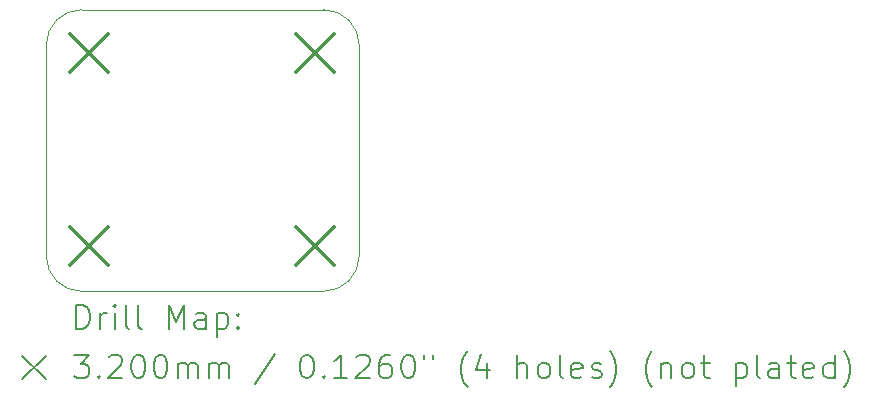
<source format=gbr>
%TF.GenerationSoftware,KiCad,Pcbnew,7.0.6*%
%TF.CreationDate,2024-03-10T14:23:29-07:00*%
%TF.ProjectId,IMU_Breakout,494d555f-4272-4656-916b-6f75742e6b69,rev?*%
%TF.SameCoordinates,Original*%
%TF.FileFunction,Drillmap*%
%TF.FilePolarity,Positive*%
%FSLAX45Y45*%
G04 Gerber Fmt 4.5, Leading zero omitted, Abs format (unit mm)*
G04 Created by KiCad (PCBNEW 7.0.6) date 2024-03-10 14:23:29*
%MOMM*%
%LPD*%
G01*
G04 APERTURE LIST*
%ADD10C,0.100000*%
%ADD11C,0.200000*%
%ADD12C,0.320000*%
G04 APERTURE END LIST*
D10*
X22012500Y-11245000D02*
X24062500Y-11245000D01*
X24062500Y-13630000D02*
G75*
G03*
X24362500Y-13330000I0J300000D01*
G01*
X21712500Y-13330000D02*
G75*
G03*
X22012500Y-13630000I300000J0D01*
G01*
X24362500Y-11545000D02*
X24362500Y-13330000D01*
X22012500Y-11245000D02*
G75*
G03*
X21712500Y-11545000I0J-300000D01*
G01*
X24062500Y-13630000D02*
X22012500Y-13630000D01*
X21712500Y-13330000D02*
X21712500Y-11545000D01*
X24362500Y-11545000D02*
G75*
G03*
X24062500Y-11245000I-300000J0D01*
G01*
D11*
D12*
X21917500Y-11455000D02*
X22237500Y-11775000D01*
X22237500Y-11455000D02*
X21917500Y-11775000D01*
X21917500Y-13087500D02*
X22237500Y-13407500D01*
X22237500Y-13087500D02*
X21917500Y-13407500D01*
X23827500Y-11455000D02*
X24147500Y-11775000D01*
X24147500Y-11455000D02*
X23827500Y-11775000D01*
X23827500Y-13087500D02*
X24147500Y-13407500D01*
X24147500Y-13087500D02*
X23827500Y-13407500D01*
D11*
X21968277Y-13946484D02*
X21968277Y-13746484D01*
X21968277Y-13746484D02*
X22015896Y-13746484D01*
X22015896Y-13746484D02*
X22044467Y-13756008D01*
X22044467Y-13756008D02*
X22063515Y-13775055D01*
X22063515Y-13775055D02*
X22073039Y-13794103D01*
X22073039Y-13794103D02*
X22082563Y-13832198D01*
X22082563Y-13832198D02*
X22082563Y-13860769D01*
X22082563Y-13860769D02*
X22073039Y-13898865D01*
X22073039Y-13898865D02*
X22063515Y-13917912D01*
X22063515Y-13917912D02*
X22044467Y-13936960D01*
X22044467Y-13936960D02*
X22015896Y-13946484D01*
X22015896Y-13946484D02*
X21968277Y-13946484D01*
X22168277Y-13946484D02*
X22168277Y-13813150D01*
X22168277Y-13851246D02*
X22177801Y-13832198D01*
X22177801Y-13832198D02*
X22187324Y-13822674D01*
X22187324Y-13822674D02*
X22206372Y-13813150D01*
X22206372Y-13813150D02*
X22225420Y-13813150D01*
X22292086Y-13946484D02*
X22292086Y-13813150D01*
X22292086Y-13746484D02*
X22282563Y-13756008D01*
X22282563Y-13756008D02*
X22292086Y-13765531D01*
X22292086Y-13765531D02*
X22301610Y-13756008D01*
X22301610Y-13756008D02*
X22292086Y-13746484D01*
X22292086Y-13746484D02*
X22292086Y-13765531D01*
X22415896Y-13946484D02*
X22396848Y-13936960D01*
X22396848Y-13936960D02*
X22387324Y-13917912D01*
X22387324Y-13917912D02*
X22387324Y-13746484D01*
X22520658Y-13946484D02*
X22501610Y-13936960D01*
X22501610Y-13936960D02*
X22492086Y-13917912D01*
X22492086Y-13917912D02*
X22492086Y-13746484D01*
X22749229Y-13946484D02*
X22749229Y-13746484D01*
X22749229Y-13746484D02*
X22815896Y-13889341D01*
X22815896Y-13889341D02*
X22882562Y-13746484D01*
X22882562Y-13746484D02*
X22882562Y-13946484D01*
X23063515Y-13946484D02*
X23063515Y-13841722D01*
X23063515Y-13841722D02*
X23053991Y-13822674D01*
X23053991Y-13822674D02*
X23034943Y-13813150D01*
X23034943Y-13813150D02*
X22996848Y-13813150D01*
X22996848Y-13813150D02*
X22977801Y-13822674D01*
X23063515Y-13936960D02*
X23044467Y-13946484D01*
X23044467Y-13946484D02*
X22996848Y-13946484D01*
X22996848Y-13946484D02*
X22977801Y-13936960D01*
X22977801Y-13936960D02*
X22968277Y-13917912D01*
X22968277Y-13917912D02*
X22968277Y-13898865D01*
X22968277Y-13898865D02*
X22977801Y-13879817D01*
X22977801Y-13879817D02*
X22996848Y-13870293D01*
X22996848Y-13870293D02*
X23044467Y-13870293D01*
X23044467Y-13870293D02*
X23063515Y-13860769D01*
X23158753Y-13813150D02*
X23158753Y-14013150D01*
X23158753Y-13822674D02*
X23177801Y-13813150D01*
X23177801Y-13813150D02*
X23215896Y-13813150D01*
X23215896Y-13813150D02*
X23234943Y-13822674D01*
X23234943Y-13822674D02*
X23244467Y-13832198D01*
X23244467Y-13832198D02*
X23253991Y-13851246D01*
X23253991Y-13851246D02*
X23253991Y-13908388D01*
X23253991Y-13908388D02*
X23244467Y-13927436D01*
X23244467Y-13927436D02*
X23234943Y-13936960D01*
X23234943Y-13936960D02*
X23215896Y-13946484D01*
X23215896Y-13946484D02*
X23177801Y-13946484D01*
X23177801Y-13946484D02*
X23158753Y-13936960D01*
X23339705Y-13927436D02*
X23349229Y-13936960D01*
X23349229Y-13936960D02*
X23339705Y-13946484D01*
X23339705Y-13946484D02*
X23330182Y-13936960D01*
X23330182Y-13936960D02*
X23339705Y-13927436D01*
X23339705Y-13927436D02*
X23339705Y-13946484D01*
X23339705Y-13822674D02*
X23349229Y-13832198D01*
X23349229Y-13832198D02*
X23339705Y-13841722D01*
X23339705Y-13841722D02*
X23330182Y-13832198D01*
X23330182Y-13832198D02*
X23339705Y-13822674D01*
X23339705Y-13822674D02*
X23339705Y-13841722D01*
X21507500Y-14175000D02*
X21707500Y-14375000D01*
X21707500Y-14175000D02*
X21507500Y-14375000D01*
X21949229Y-14166484D02*
X22073039Y-14166484D01*
X22073039Y-14166484D02*
X22006372Y-14242674D01*
X22006372Y-14242674D02*
X22034944Y-14242674D01*
X22034944Y-14242674D02*
X22053991Y-14252198D01*
X22053991Y-14252198D02*
X22063515Y-14261722D01*
X22063515Y-14261722D02*
X22073039Y-14280769D01*
X22073039Y-14280769D02*
X22073039Y-14328388D01*
X22073039Y-14328388D02*
X22063515Y-14347436D01*
X22063515Y-14347436D02*
X22053991Y-14356960D01*
X22053991Y-14356960D02*
X22034944Y-14366484D01*
X22034944Y-14366484D02*
X21977801Y-14366484D01*
X21977801Y-14366484D02*
X21958753Y-14356960D01*
X21958753Y-14356960D02*
X21949229Y-14347436D01*
X22158753Y-14347436D02*
X22168277Y-14356960D01*
X22168277Y-14356960D02*
X22158753Y-14366484D01*
X22158753Y-14366484D02*
X22149229Y-14356960D01*
X22149229Y-14356960D02*
X22158753Y-14347436D01*
X22158753Y-14347436D02*
X22158753Y-14366484D01*
X22244467Y-14185531D02*
X22253991Y-14176008D01*
X22253991Y-14176008D02*
X22273039Y-14166484D01*
X22273039Y-14166484D02*
X22320658Y-14166484D01*
X22320658Y-14166484D02*
X22339705Y-14176008D01*
X22339705Y-14176008D02*
X22349229Y-14185531D01*
X22349229Y-14185531D02*
X22358753Y-14204579D01*
X22358753Y-14204579D02*
X22358753Y-14223627D01*
X22358753Y-14223627D02*
X22349229Y-14252198D01*
X22349229Y-14252198D02*
X22234944Y-14366484D01*
X22234944Y-14366484D02*
X22358753Y-14366484D01*
X22482562Y-14166484D02*
X22501610Y-14166484D01*
X22501610Y-14166484D02*
X22520658Y-14176008D01*
X22520658Y-14176008D02*
X22530182Y-14185531D01*
X22530182Y-14185531D02*
X22539705Y-14204579D01*
X22539705Y-14204579D02*
X22549229Y-14242674D01*
X22549229Y-14242674D02*
X22549229Y-14290293D01*
X22549229Y-14290293D02*
X22539705Y-14328388D01*
X22539705Y-14328388D02*
X22530182Y-14347436D01*
X22530182Y-14347436D02*
X22520658Y-14356960D01*
X22520658Y-14356960D02*
X22501610Y-14366484D01*
X22501610Y-14366484D02*
X22482562Y-14366484D01*
X22482562Y-14366484D02*
X22463515Y-14356960D01*
X22463515Y-14356960D02*
X22453991Y-14347436D01*
X22453991Y-14347436D02*
X22444467Y-14328388D01*
X22444467Y-14328388D02*
X22434943Y-14290293D01*
X22434943Y-14290293D02*
X22434943Y-14242674D01*
X22434943Y-14242674D02*
X22444467Y-14204579D01*
X22444467Y-14204579D02*
X22453991Y-14185531D01*
X22453991Y-14185531D02*
X22463515Y-14176008D01*
X22463515Y-14176008D02*
X22482562Y-14166484D01*
X22673039Y-14166484D02*
X22692086Y-14166484D01*
X22692086Y-14166484D02*
X22711134Y-14176008D01*
X22711134Y-14176008D02*
X22720658Y-14185531D01*
X22720658Y-14185531D02*
X22730182Y-14204579D01*
X22730182Y-14204579D02*
X22739705Y-14242674D01*
X22739705Y-14242674D02*
X22739705Y-14290293D01*
X22739705Y-14290293D02*
X22730182Y-14328388D01*
X22730182Y-14328388D02*
X22720658Y-14347436D01*
X22720658Y-14347436D02*
X22711134Y-14356960D01*
X22711134Y-14356960D02*
X22692086Y-14366484D01*
X22692086Y-14366484D02*
X22673039Y-14366484D01*
X22673039Y-14366484D02*
X22653991Y-14356960D01*
X22653991Y-14356960D02*
X22644467Y-14347436D01*
X22644467Y-14347436D02*
X22634943Y-14328388D01*
X22634943Y-14328388D02*
X22625420Y-14290293D01*
X22625420Y-14290293D02*
X22625420Y-14242674D01*
X22625420Y-14242674D02*
X22634943Y-14204579D01*
X22634943Y-14204579D02*
X22644467Y-14185531D01*
X22644467Y-14185531D02*
X22653991Y-14176008D01*
X22653991Y-14176008D02*
X22673039Y-14166484D01*
X22825420Y-14366484D02*
X22825420Y-14233150D01*
X22825420Y-14252198D02*
X22834943Y-14242674D01*
X22834943Y-14242674D02*
X22853991Y-14233150D01*
X22853991Y-14233150D02*
X22882563Y-14233150D01*
X22882563Y-14233150D02*
X22901610Y-14242674D01*
X22901610Y-14242674D02*
X22911134Y-14261722D01*
X22911134Y-14261722D02*
X22911134Y-14366484D01*
X22911134Y-14261722D02*
X22920658Y-14242674D01*
X22920658Y-14242674D02*
X22939705Y-14233150D01*
X22939705Y-14233150D02*
X22968277Y-14233150D01*
X22968277Y-14233150D02*
X22987324Y-14242674D01*
X22987324Y-14242674D02*
X22996848Y-14261722D01*
X22996848Y-14261722D02*
X22996848Y-14366484D01*
X23092086Y-14366484D02*
X23092086Y-14233150D01*
X23092086Y-14252198D02*
X23101610Y-14242674D01*
X23101610Y-14242674D02*
X23120658Y-14233150D01*
X23120658Y-14233150D02*
X23149229Y-14233150D01*
X23149229Y-14233150D02*
X23168277Y-14242674D01*
X23168277Y-14242674D02*
X23177801Y-14261722D01*
X23177801Y-14261722D02*
X23177801Y-14366484D01*
X23177801Y-14261722D02*
X23187324Y-14242674D01*
X23187324Y-14242674D02*
X23206372Y-14233150D01*
X23206372Y-14233150D02*
X23234943Y-14233150D01*
X23234943Y-14233150D02*
X23253991Y-14242674D01*
X23253991Y-14242674D02*
X23263515Y-14261722D01*
X23263515Y-14261722D02*
X23263515Y-14366484D01*
X23653991Y-14156960D02*
X23482563Y-14414103D01*
X23911134Y-14166484D02*
X23930182Y-14166484D01*
X23930182Y-14166484D02*
X23949229Y-14176008D01*
X23949229Y-14176008D02*
X23958753Y-14185531D01*
X23958753Y-14185531D02*
X23968277Y-14204579D01*
X23968277Y-14204579D02*
X23977801Y-14242674D01*
X23977801Y-14242674D02*
X23977801Y-14290293D01*
X23977801Y-14290293D02*
X23968277Y-14328388D01*
X23968277Y-14328388D02*
X23958753Y-14347436D01*
X23958753Y-14347436D02*
X23949229Y-14356960D01*
X23949229Y-14356960D02*
X23930182Y-14366484D01*
X23930182Y-14366484D02*
X23911134Y-14366484D01*
X23911134Y-14366484D02*
X23892086Y-14356960D01*
X23892086Y-14356960D02*
X23882563Y-14347436D01*
X23882563Y-14347436D02*
X23873039Y-14328388D01*
X23873039Y-14328388D02*
X23863515Y-14290293D01*
X23863515Y-14290293D02*
X23863515Y-14242674D01*
X23863515Y-14242674D02*
X23873039Y-14204579D01*
X23873039Y-14204579D02*
X23882563Y-14185531D01*
X23882563Y-14185531D02*
X23892086Y-14176008D01*
X23892086Y-14176008D02*
X23911134Y-14166484D01*
X24063515Y-14347436D02*
X24073039Y-14356960D01*
X24073039Y-14356960D02*
X24063515Y-14366484D01*
X24063515Y-14366484D02*
X24053991Y-14356960D01*
X24053991Y-14356960D02*
X24063515Y-14347436D01*
X24063515Y-14347436D02*
X24063515Y-14366484D01*
X24263515Y-14366484D02*
X24149229Y-14366484D01*
X24206372Y-14366484D02*
X24206372Y-14166484D01*
X24206372Y-14166484D02*
X24187325Y-14195055D01*
X24187325Y-14195055D02*
X24168277Y-14214103D01*
X24168277Y-14214103D02*
X24149229Y-14223627D01*
X24339706Y-14185531D02*
X24349229Y-14176008D01*
X24349229Y-14176008D02*
X24368277Y-14166484D01*
X24368277Y-14166484D02*
X24415896Y-14166484D01*
X24415896Y-14166484D02*
X24434944Y-14176008D01*
X24434944Y-14176008D02*
X24444467Y-14185531D01*
X24444467Y-14185531D02*
X24453991Y-14204579D01*
X24453991Y-14204579D02*
X24453991Y-14223627D01*
X24453991Y-14223627D02*
X24444467Y-14252198D01*
X24444467Y-14252198D02*
X24330182Y-14366484D01*
X24330182Y-14366484D02*
X24453991Y-14366484D01*
X24625420Y-14166484D02*
X24587325Y-14166484D01*
X24587325Y-14166484D02*
X24568277Y-14176008D01*
X24568277Y-14176008D02*
X24558753Y-14185531D01*
X24558753Y-14185531D02*
X24539706Y-14214103D01*
X24539706Y-14214103D02*
X24530182Y-14252198D01*
X24530182Y-14252198D02*
X24530182Y-14328388D01*
X24530182Y-14328388D02*
X24539706Y-14347436D01*
X24539706Y-14347436D02*
X24549229Y-14356960D01*
X24549229Y-14356960D02*
X24568277Y-14366484D01*
X24568277Y-14366484D02*
X24606372Y-14366484D01*
X24606372Y-14366484D02*
X24625420Y-14356960D01*
X24625420Y-14356960D02*
X24634944Y-14347436D01*
X24634944Y-14347436D02*
X24644467Y-14328388D01*
X24644467Y-14328388D02*
X24644467Y-14280769D01*
X24644467Y-14280769D02*
X24634944Y-14261722D01*
X24634944Y-14261722D02*
X24625420Y-14252198D01*
X24625420Y-14252198D02*
X24606372Y-14242674D01*
X24606372Y-14242674D02*
X24568277Y-14242674D01*
X24568277Y-14242674D02*
X24549229Y-14252198D01*
X24549229Y-14252198D02*
X24539706Y-14261722D01*
X24539706Y-14261722D02*
X24530182Y-14280769D01*
X24768277Y-14166484D02*
X24787325Y-14166484D01*
X24787325Y-14166484D02*
X24806372Y-14176008D01*
X24806372Y-14176008D02*
X24815896Y-14185531D01*
X24815896Y-14185531D02*
X24825420Y-14204579D01*
X24825420Y-14204579D02*
X24834944Y-14242674D01*
X24834944Y-14242674D02*
X24834944Y-14290293D01*
X24834944Y-14290293D02*
X24825420Y-14328388D01*
X24825420Y-14328388D02*
X24815896Y-14347436D01*
X24815896Y-14347436D02*
X24806372Y-14356960D01*
X24806372Y-14356960D02*
X24787325Y-14366484D01*
X24787325Y-14366484D02*
X24768277Y-14366484D01*
X24768277Y-14366484D02*
X24749229Y-14356960D01*
X24749229Y-14356960D02*
X24739706Y-14347436D01*
X24739706Y-14347436D02*
X24730182Y-14328388D01*
X24730182Y-14328388D02*
X24720658Y-14290293D01*
X24720658Y-14290293D02*
X24720658Y-14242674D01*
X24720658Y-14242674D02*
X24730182Y-14204579D01*
X24730182Y-14204579D02*
X24739706Y-14185531D01*
X24739706Y-14185531D02*
X24749229Y-14176008D01*
X24749229Y-14176008D02*
X24768277Y-14166484D01*
X24911134Y-14166484D02*
X24911134Y-14204579D01*
X24987325Y-14166484D02*
X24987325Y-14204579D01*
X25282563Y-14442674D02*
X25273039Y-14433150D01*
X25273039Y-14433150D02*
X25253991Y-14404579D01*
X25253991Y-14404579D02*
X25244468Y-14385531D01*
X25244468Y-14385531D02*
X25234944Y-14356960D01*
X25234944Y-14356960D02*
X25225420Y-14309341D01*
X25225420Y-14309341D02*
X25225420Y-14271246D01*
X25225420Y-14271246D02*
X25234944Y-14223627D01*
X25234944Y-14223627D02*
X25244468Y-14195055D01*
X25244468Y-14195055D02*
X25253991Y-14176008D01*
X25253991Y-14176008D02*
X25273039Y-14147436D01*
X25273039Y-14147436D02*
X25282563Y-14137912D01*
X25444468Y-14233150D02*
X25444468Y-14366484D01*
X25396848Y-14156960D02*
X25349229Y-14299817D01*
X25349229Y-14299817D02*
X25473039Y-14299817D01*
X25701610Y-14366484D02*
X25701610Y-14166484D01*
X25787325Y-14366484D02*
X25787325Y-14261722D01*
X25787325Y-14261722D02*
X25777801Y-14242674D01*
X25777801Y-14242674D02*
X25758753Y-14233150D01*
X25758753Y-14233150D02*
X25730182Y-14233150D01*
X25730182Y-14233150D02*
X25711134Y-14242674D01*
X25711134Y-14242674D02*
X25701610Y-14252198D01*
X25911134Y-14366484D02*
X25892087Y-14356960D01*
X25892087Y-14356960D02*
X25882563Y-14347436D01*
X25882563Y-14347436D02*
X25873039Y-14328388D01*
X25873039Y-14328388D02*
X25873039Y-14271246D01*
X25873039Y-14271246D02*
X25882563Y-14252198D01*
X25882563Y-14252198D02*
X25892087Y-14242674D01*
X25892087Y-14242674D02*
X25911134Y-14233150D01*
X25911134Y-14233150D02*
X25939706Y-14233150D01*
X25939706Y-14233150D02*
X25958753Y-14242674D01*
X25958753Y-14242674D02*
X25968277Y-14252198D01*
X25968277Y-14252198D02*
X25977801Y-14271246D01*
X25977801Y-14271246D02*
X25977801Y-14328388D01*
X25977801Y-14328388D02*
X25968277Y-14347436D01*
X25968277Y-14347436D02*
X25958753Y-14356960D01*
X25958753Y-14356960D02*
X25939706Y-14366484D01*
X25939706Y-14366484D02*
X25911134Y-14366484D01*
X26092087Y-14366484D02*
X26073039Y-14356960D01*
X26073039Y-14356960D02*
X26063515Y-14337912D01*
X26063515Y-14337912D02*
X26063515Y-14166484D01*
X26244468Y-14356960D02*
X26225420Y-14366484D01*
X26225420Y-14366484D02*
X26187325Y-14366484D01*
X26187325Y-14366484D02*
X26168277Y-14356960D01*
X26168277Y-14356960D02*
X26158753Y-14337912D01*
X26158753Y-14337912D02*
X26158753Y-14261722D01*
X26158753Y-14261722D02*
X26168277Y-14242674D01*
X26168277Y-14242674D02*
X26187325Y-14233150D01*
X26187325Y-14233150D02*
X26225420Y-14233150D01*
X26225420Y-14233150D02*
X26244468Y-14242674D01*
X26244468Y-14242674D02*
X26253991Y-14261722D01*
X26253991Y-14261722D02*
X26253991Y-14280769D01*
X26253991Y-14280769D02*
X26158753Y-14299817D01*
X26330182Y-14356960D02*
X26349230Y-14366484D01*
X26349230Y-14366484D02*
X26387325Y-14366484D01*
X26387325Y-14366484D02*
X26406372Y-14356960D01*
X26406372Y-14356960D02*
X26415896Y-14337912D01*
X26415896Y-14337912D02*
X26415896Y-14328388D01*
X26415896Y-14328388D02*
X26406372Y-14309341D01*
X26406372Y-14309341D02*
X26387325Y-14299817D01*
X26387325Y-14299817D02*
X26358753Y-14299817D01*
X26358753Y-14299817D02*
X26339706Y-14290293D01*
X26339706Y-14290293D02*
X26330182Y-14271246D01*
X26330182Y-14271246D02*
X26330182Y-14261722D01*
X26330182Y-14261722D02*
X26339706Y-14242674D01*
X26339706Y-14242674D02*
X26358753Y-14233150D01*
X26358753Y-14233150D02*
X26387325Y-14233150D01*
X26387325Y-14233150D02*
X26406372Y-14242674D01*
X26482563Y-14442674D02*
X26492087Y-14433150D01*
X26492087Y-14433150D02*
X26511134Y-14404579D01*
X26511134Y-14404579D02*
X26520658Y-14385531D01*
X26520658Y-14385531D02*
X26530182Y-14356960D01*
X26530182Y-14356960D02*
X26539706Y-14309341D01*
X26539706Y-14309341D02*
X26539706Y-14271246D01*
X26539706Y-14271246D02*
X26530182Y-14223627D01*
X26530182Y-14223627D02*
X26520658Y-14195055D01*
X26520658Y-14195055D02*
X26511134Y-14176008D01*
X26511134Y-14176008D02*
X26492087Y-14147436D01*
X26492087Y-14147436D02*
X26482563Y-14137912D01*
X26844468Y-14442674D02*
X26834944Y-14433150D01*
X26834944Y-14433150D02*
X26815896Y-14404579D01*
X26815896Y-14404579D02*
X26806372Y-14385531D01*
X26806372Y-14385531D02*
X26796849Y-14356960D01*
X26796849Y-14356960D02*
X26787325Y-14309341D01*
X26787325Y-14309341D02*
X26787325Y-14271246D01*
X26787325Y-14271246D02*
X26796849Y-14223627D01*
X26796849Y-14223627D02*
X26806372Y-14195055D01*
X26806372Y-14195055D02*
X26815896Y-14176008D01*
X26815896Y-14176008D02*
X26834944Y-14147436D01*
X26834944Y-14147436D02*
X26844468Y-14137912D01*
X26920658Y-14233150D02*
X26920658Y-14366484D01*
X26920658Y-14252198D02*
X26930182Y-14242674D01*
X26930182Y-14242674D02*
X26949230Y-14233150D01*
X26949230Y-14233150D02*
X26977801Y-14233150D01*
X26977801Y-14233150D02*
X26996849Y-14242674D01*
X26996849Y-14242674D02*
X27006372Y-14261722D01*
X27006372Y-14261722D02*
X27006372Y-14366484D01*
X27130182Y-14366484D02*
X27111134Y-14356960D01*
X27111134Y-14356960D02*
X27101611Y-14347436D01*
X27101611Y-14347436D02*
X27092087Y-14328388D01*
X27092087Y-14328388D02*
X27092087Y-14271246D01*
X27092087Y-14271246D02*
X27101611Y-14252198D01*
X27101611Y-14252198D02*
X27111134Y-14242674D01*
X27111134Y-14242674D02*
X27130182Y-14233150D01*
X27130182Y-14233150D02*
X27158753Y-14233150D01*
X27158753Y-14233150D02*
X27177801Y-14242674D01*
X27177801Y-14242674D02*
X27187325Y-14252198D01*
X27187325Y-14252198D02*
X27196849Y-14271246D01*
X27196849Y-14271246D02*
X27196849Y-14328388D01*
X27196849Y-14328388D02*
X27187325Y-14347436D01*
X27187325Y-14347436D02*
X27177801Y-14356960D01*
X27177801Y-14356960D02*
X27158753Y-14366484D01*
X27158753Y-14366484D02*
X27130182Y-14366484D01*
X27253992Y-14233150D02*
X27330182Y-14233150D01*
X27282563Y-14166484D02*
X27282563Y-14337912D01*
X27282563Y-14337912D02*
X27292087Y-14356960D01*
X27292087Y-14356960D02*
X27311134Y-14366484D01*
X27311134Y-14366484D02*
X27330182Y-14366484D01*
X27549230Y-14233150D02*
X27549230Y-14433150D01*
X27549230Y-14242674D02*
X27568277Y-14233150D01*
X27568277Y-14233150D02*
X27606373Y-14233150D01*
X27606373Y-14233150D02*
X27625420Y-14242674D01*
X27625420Y-14242674D02*
X27634944Y-14252198D01*
X27634944Y-14252198D02*
X27644468Y-14271246D01*
X27644468Y-14271246D02*
X27644468Y-14328388D01*
X27644468Y-14328388D02*
X27634944Y-14347436D01*
X27634944Y-14347436D02*
X27625420Y-14356960D01*
X27625420Y-14356960D02*
X27606373Y-14366484D01*
X27606373Y-14366484D02*
X27568277Y-14366484D01*
X27568277Y-14366484D02*
X27549230Y-14356960D01*
X27758753Y-14366484D02*
X27739706Y-14356960D01*
X27739706Y-14356960D02*
X27730182Y-14337912D01*
X27730182Y-14337912D02*
X27730182Y-14166484D01*
X27920658Y-14366484D02*
X27920658Y-14261722D01*
X27920658Y-14261722D02*
X27911134Y-14242674D01*
X27911134Y-14242674D02*
X27892087Y-14233150D01*
X27892087Y-14233150D02*
X27853992Y-14233150D01*
X27853992Y-14233150D02*
X27834944Y-14242674D01*
X27920658Y-14356960D02*
X27901611Y-14366484D01*
X27901611Y-14366484D02*
X27853992Y-14366484D01*
X27853992Y-14366484D02*
X27834944Y-14356960D01*
X27834944Y-14356960D02*
X27825420Y-14337912D01*
X27825420Y-14337912D02*
X27825420Y-14318865D01*
X27825420Y-14318865D02*
X27834944Y-14299817D01*
X27834944Y-14299817D02*
X27853992Y-14290293D01*
X27853992Y-14290293D02*
X27901611Y-14290293D01*
X27901611Y-14290293D02*
X27920658Y-14280769D01*
X27987325Y-14233150D02*
X28063515Y-14233150D01*
X28015896Y-14166484D02*
X28015896Y-14337912D01*
X28015896Y-14337912D02*
X28025420Y-14356960D01*
X28025420Y-14356960D02*
X28044468Y-14366484D01*
X28044468Y-14366484D02*
X28063515Y-14366484D01*
X28206373Y-14356960D02*
X28187325Y-14366484D01*
X28187325Y-14366484D02*
X28149230Y-14366484D01*
X28149230Y-14366484D02*
X28130182Y-14356960D01*
X28130182Y-14356960D02*
X28120658Y-14337912D01*
X28120658Y-14337912D02*
X28120658Y-14261722D01*
X28120658Y-14261722D02*
X28130182Y-14242674D01*
X28130182Y-14242674D02*
X28149230Y-14233150D01*
X28149230Y-14233150D02*
X28187325Y-14233150D01*
X28187325Y-14233150D02*
X28206373Y-14242674D01*
X28206373Y-14242674D02*
X28215896Y-14261722D01*
X28215896Y-14261722D02*
X28215896Y-14280769D01*
X28215896Y-14280769D02*
X28120658Y-14299817D01*
X28387325Y-14366484D02*
X28387325Y-14166484D01*
X28387325Y-14356960D02*
X28368277Y-14366484D01*
X28368277Y-14366484D02*
X28330182Y-14366484D01*
X28330182Y-14366484D02*
X28311134Y-14356960D01*
X28311134Y-14356960D02*
X28301611Y-14347436D01*
X28301611Y-14347436D02*
X28292087Y-14328388D01*
X28292087Y-14328388D02*
X28292087Y-14271246D01*
X28292087Y-14271246D02*
X28301611Y-14252198D01*
X28301611Y-14252198D02*
X28311134Y-14242674D01*
X28311134Y-14242674D02*
X28330182Y-14233150D01*
X28330182Y-14233150D02*
X28368277Y-14233150D01*
X28368277Y-14233150D02*
X28387325Y-14242674D01*
X28463515Y-14442674D02*
X28473039Y-14433150D01*
X28473039Y-14433150D02*
X28492087Y-14404579D01*
X28492087Y-14404579D02*
X28501611Y-14385531D01*
X28501611Y-14385531D02*
X28511134Y-14356960D01*
X28511134Y-14356960D02*
X28520658Y-14309341D01*
X28520658Y-14309341D02*
X28520658Y-14271246D01*
X28520658Y-14271246D02*
X28511134Y-14223627D01*
X28511134Y-14223627D02*
X28501611Y-14195055D01*
X28501611Y-14195055D02*
X28492087Y-14176008D01*
X28492087Y-14176008D02*
X28473039Y-14147436D01*
X28473039Y-14147436D02*
X28463515Y-14137912D01*
M02*

</source>
